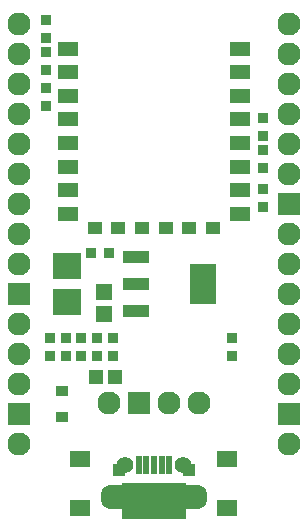
<source format=gts>
G04 Layer_Color=8388736*
%FSLAX25Y25*%
%MOIN*%
G70*
G01*
G75*
%ADD29R,0.04300X0.04100*%
%ADD54R,0.28600X0.08200*%
%ADD55R,0.21200X0.12000*%
%ADD56R,0.03800X0.03800*%
%ADD57R,0.03800X0.03800*%
%ADD58R,0.06706X0.05300*%
%ADD59R,0.09068X0.04343*%
%ADD60R,0.09068X0.13398*%
%ADD61R,0.05800X0.05800*%
%ADD62R,0.02300X0.06200*%
%ADD63R,0.07099X0.04737*%
%ADD64R,0.04737X0.04343*%
%ADD65R,0.04737X0.04737*%
%ADD66R,0.04068X0.03280*%
%ADD67R,0.09461X0.08674*%
%ADD68C,0.07700*%
%ADD69R,0.07700X0.07700*%
%ADD70C,0.07700*%
%ADD71R,0.07700X0.07700*%
%ADD72C,0.05524*%
%ADD73O,0.06706X0.08280*%
D29*
X29350Y7450D02*
D03*
X52650D02*
D03*
D54*
X41000Y-1400D02*
D03*
D55*
Y-3000D02*
D03*
D56*
X6300Y51500D02*
D03*
Y45500D02*
D03*
X4900Y157300D02*
D03*
Y151300D02*
D03*
Y140700D02*
D03*
Y146700D02*
D03*
Y128700D02*
D03*
Y134700D02*
D03*
X77300Y124700D02*
D03*
Y118700D02*
D03*
X77300Y108100D02*
D03*
Y114100D02*
D03*
Y95100D02*
D03*
Y101100D02*
D03*
X11575Y51500D02*
D03*
Y45500D02*
D03*
X27400Y45500D02*
D03*
Y51500D02*
D03*
X22125Y51500D02*
D03*
Y45500D02*
D03*
X16850Y51500D02*
D03*
Y45500D02*
D03*
X67200Y45500D02*
D03*
Y51500D02*
D03*
D57*
X20200Y79900D02*
D03*
X26200D02*
D03*
D58*
X16500Y-5169D02*
D03*
Y11169D02*
D03*
X65500Y-5169D02*
D03*
Y11169D02*
D03*
D59*
X34880Y78455D02*
D03*
Y69400D02*
D03*
Y60345D02*
D03*
D60*
X57320Y69400D02*
D03*
D61*
X24300Y59519D02*
D03*
Y66919D02*
D03*
D62*
X35900Y9000D02*
D03*
X43550D02*
D03*
X46100D02*
D03*
X41000D02*
D03*
X38450D02*
D03*
D63*
X69740Y92824D02*
D03*
Y100698D02*
D03*
Y108572D02*
D03*
Y116446D02*
D03*
Y124320D02*
D03*
Y132194D02*
D03*
Y140068D02*
D03*
Y147942D02*
D03*
X12260D02*
D03*
Y140068D02*
D03*
Y132194D02*
D03*
Y124320D02*
D03*
Y116446D02*
D03*
Y108572D02*
D03*
Y100698D02*
D03*
Y92824D02*
D03*
D64*
X21315Y88100D02*
D03*
X29189D02*
D03*
X37063D02*
D03*
X44937D02*
D03*
X52811D02*
D03*
X60685D02*
D03*
D65*
X21750Y38300D02*
D03*
X28050D02*
D03*
D66*
X10300Y25110D02*
D03*
Y33890D02*
D03*
D67*
X12100Y63494D02*
D03*
Y75305D02*
D03*
D68*
X56200Y29700D02*
D03*
X46200D02*
D03*
X26200D02*
D03*
D69*
X36200D02*
D03*
D70*
X-4000Y16000D02*
D03*
Y56000D02*
D03*
Y46000D02*
D03*
Y36000D02*
D03*
Y76000D02*
D03*
Y86000D02*
D03*
Y96000D02*
D03*
Y156000D02*
D03*
Y146000D02*
D03*
Y136000D02*
D03*
Y126000D02*
D03*
Y116000D02*
D03*
Y106000D02*
D03*
X86000Y16000D02*
D03*
Y56000D02*
D03*
Y46000D02*
D03*
Y36000D02*
D03*
Y66000D02*
D03*
Y76000D02*
D03*
Y86000D02*
D03*
Y156000D02*
D03*
Y146000D02*
D03*
Y136000D02*
D03*
Y126000D02*
D03*
Y116000D02*
D03*
Y106000D02*
D03*
D71*
X-4000Y26000D02*
D03*
Y66000D02*
D03*
X86000Y26000D02*
D03*
Y96000D02*
D03*
D72*
X50550Y9000D02*
D03*
X31450D02*
D03*
D73*
X26700Y-1400D02*
D03*
X55300D02*
D03*
M02*

</source>
